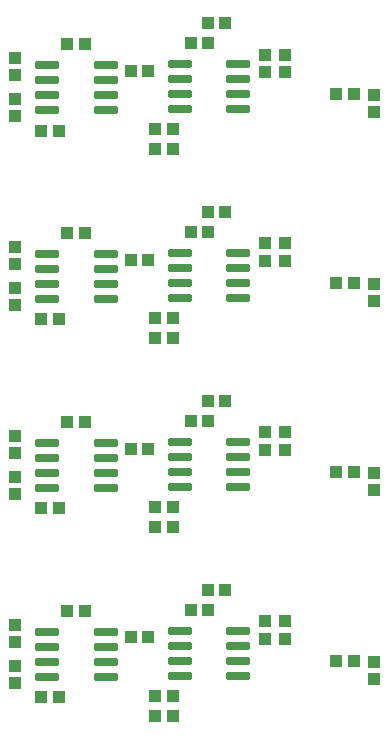
<source format=gbr>
G04*
G04 #@! TF.GenerationSoftware,Altium Limited,Altium Designer,25.1.2 (22)*
G04*
G04 Layer_Color=8421504*
%FSLAX25Y25*%
%MOIN*%
G70*
G04*
G04 #@! TF.SameCoordinates,A5DCB332-85D3-4D93-9494-DFC79FD2F11A*
G04*
G04*
G04 #@! TF.FilePolarity,Positive*
G04*
G01*
G75*
%ADD14R,0.04095X0.04016*%
G04:AMPARAMS|DCode=15|XSize=77.56mil|YSize=23.62mil|CornerRadius=2.95mil|HoleSize=0mil|Usage=FLASHONLY|Rotation=0.000|XOffset=0mil|YOffset=0mil|HoleType=Round|Shape=RoundedRectangle|*
%AMROUNDEDRECTD15*
21,1,0.07756,0.01772,0,0,0.0*
21,1,0.07165,0.02362,0,0,0.0*
1,1,0.00591,0.03583,-0.00886*
1,1,0.00591,-0.03583,-0.00886*
1,1,0.00591,-0.03583,0.00886*
1,1,0.00591,0.03583,0.00886*
%
%ADD15ROUNDEDRECTD15*%
%ADD16R,0.04016X0.04095*%
D14*
X168465Y244291D02*
D03*
X174252D02*
D03*
X125650Y79134D02*
D03*
X131437D02*
D03*
X105650Y63287D02*
D03*
X99862D02*
D03*
X84587Y72047D02*
D03*
X78799D02*
D03*
X84587Y135039D02*
D03*
X78799D02*
D03*
X105650Y126279D02*
D03*
X99862D02*
D03*
X125630Y135433D02*
D03*
X119843D02*
D03*
X125650Y142126D02*
D03*
X131437D02*
D03*
X84587Y198031D02*
D03*
X78799D02*
D03*
X105650Y189272D02*
D03*
X99862D02*
D03*
X125630Y198425D02*
D03*
X119843D02*
D03*
X125650Y205118D02*
D03*
X131437D02*
D03*
X84587Y261024D02*
D03*
X78799D02*
D03*
X168465Y55315D02*
D03*
X174252D02*
D03*
X125630Y72441D02*
D03*
X119843D02*
D03*
X113917Y37008D02*
D03*
X108130D02*
D03*
X113917Y43701D02*
D03*
X108130D02*
D03*
X70138Y43307D02*
D03*
X75925D02*
D03*
X168465Y118307D02*
D03*
X174252D02*
D03*
X113917Y100000D02*
D03*
X108130D02*
D03*
X113917Y106693D02*
D03*
X108130D02*
D03*
X70138Y106299D02*
D03*
X75925D02*
D03*
X168465Y181299D02*
D03*
X174252D02*
D03*
X113917Y162992D02*
D03*
X108130D02*
D03*
X113917Y169685D02*
D03*
X108130D02*
D03*
X70138Y169291D02*
D03*
X75925D02*
D03*
X125630Y261417D02*
D03*
X119843D02*
D03*
X125650Y268110D02*
D03*
X131437D02*
D03*
X113917Y225984D02*
D03*
X108130D02*
D03*
X113917Y232677D02*
D03*
X108130D02*
D03*
X70138Y232283D02*
D03*
X75925D02*
D03*
X105650Y252264D02*
D03*
X99862D02*
D03*
D15*
X135709Y191358D02*
D03*
Y186358D02*
D03*
Y181358D02*
D03*
Y176358D02*
D03*
X116260D02*
D03*
Y181358D02*
D03*
Y186358D02*
D03*
Y191358D02*
D03*
X91496Y65236D02*
D03*
Y60236D02*
D03*
Y55236D02*
D03*
Y50236D02*
D03*
X72047D02*
D03*
Y55236D02*
D03*
Y60236D02*
D03*
Y65236D02*
D03*
X91496Y128228D02*
D03*
Y123228D02*
D03*
Y118228D02*
D03*
Y113228D02*
D03*
X72047D02*
D03*
Y118228D02*
D03*
Y123228D02*
D03*
Y128228D02*
D03*
X135709Y128366D02*
D03*
Y123366D02*
D03*
Y118366D02*
D03*
Y113366D02*
D03*
X116260D02*
D03*
Y118366D02*
D03*
Y123366D02*
D03*
Y128366D02*
D03*
X91496Y191220D02*
D03*
Y186221D02*
D03*
Y181220D02*
D03*
Y176221D02*
D03*
X72047D02*
D03*
Y181220D02*
D03*
Y186221D02*
D03*
Y191220D02*
D03*
X135709Y65374D02*
D03*
Y60374D02*
D03*
Y55374D02*
D03*
Y50374D02*
D03*
X116260D02*
D03*
Y55374D02*
D03*
Y60374D02*
D03*
Y65374D02*
D03*
X135709Y254350D02*
D03*
Y249350D02*
D03*
Y244350D02*
D03*
Y239350D02*
D03*
X116260D02*
D03*
Y244350D02*
D03*
Y249350D02*
D03*
Y254350D02*
D03*
X91496Y254213D02*
D03*
Y249213D02*
D03*
Y244213D02*
D03*
Y239213D02*
D03*
X72047D02*
D03*
Y244213D02*
D03*
Y249213D02*
D03*
Y254213D02*
D03*
D16*
X181004Y49468D02*
D03*
Y55256D02*
D03*
X61417Y130453D02*
D03*
Y124665D02*
D03*
Y193445D02*
D03*
Y187657D02*
D03*
X181004Y175453D02*
D03*
Y181240D02*
D03*
X144488Y62854D02*
D03*
Y68642D02*
D03*
X151181Y62854D02*
D03*
Y68642D02*
D03*
X181004Y112461D02*
D03*
Y118248D02*
D03*
X61417Y53780D02*
D03*
Y47992D02*
D03*
Y67461D02*
D03*
Y61673D02*
D03*
X151181Y125847D02*
D03*
Y131634D02*
D03*
X144488Y125847D02*
D03*
Y131634D02*
D03*
X61417Y116772D02*
D03*
Y110984D02*
D03*
X151181Y188839D02*
D03*
Y194626D02*
D03*
X144488Y188839D02*
D03*
Y194626D02*
D03*
X61417Y179764D02*
D03*
Y173976D02*
D03*
Y256437D02*
D03*
Y250650D02*
D03*
X181004Y238445D02*
D03*
Y244232D02*
D03*
X151181Y251831D02*
D03*
Y257618D02*
D03*
X144488Y251831D02*
D03*
Y257618D02*
D03*
X61417Y242756D02*
D03*
Y236968D02*
D03*
M02*

</source>
